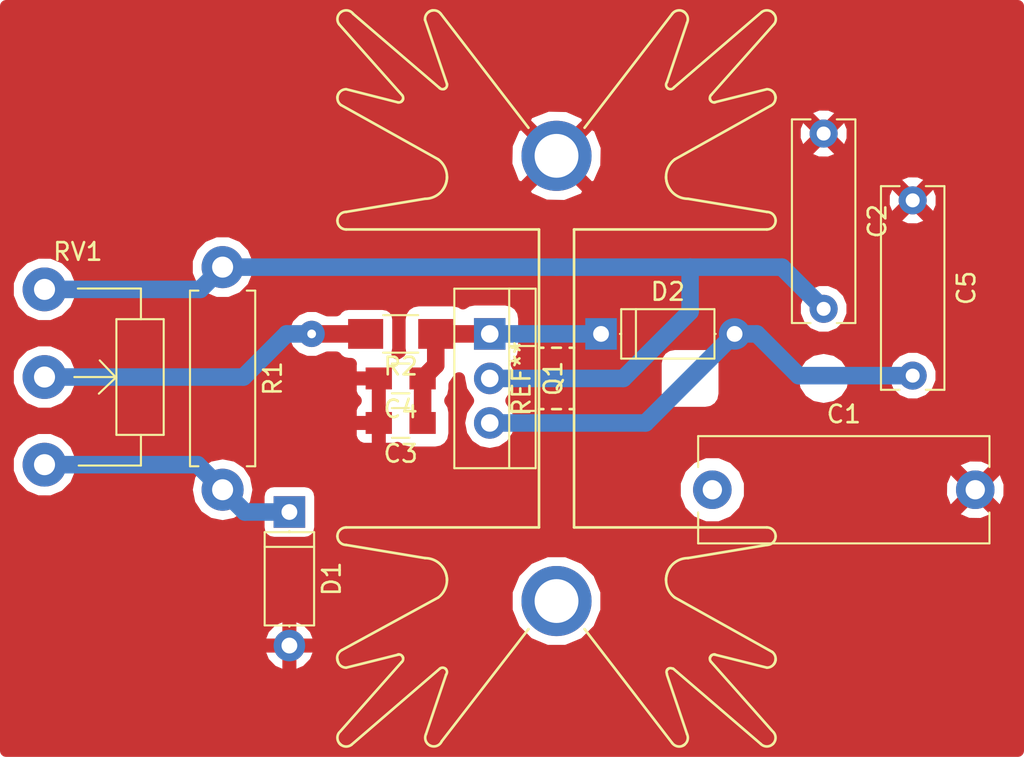
<source format=kicad_pcb>
(kicad_pcb (version 4) (host pcbnew 4.0.7)

  (general
    (links 19)
    (no_connects 1)
    (area 114.3 93.794999 172.720001 137.345001)
    (thickness 1.6)
    (drawings 0)
    (tracks 29)
    (zones 0)
    (modules 12)
    (nets 7)
  )

  (page A4)
  (layers
    (0 F.Cu signal)
    (31 B.Cu signal)
    (32 B.Adhes user)
    (33 F.Adhes user)
    (34 B.Paste user)
    (35 F.Paste user)
    (36 B.SilkS user)
    (37 F.SilkS user)
    (38 B.Mask user)
    (39 F.Mask user)
    (40 Dwgs.User user)
    (41 Cmts.User user)
    (42 Eco1.User user)
    (43 Eco2.User user)
    (44 Edge.Cuts user)
    (45 Margin user)
    (46 B.CrtYd user)
    (47 F.CrtYd user hide)
    (48 B.Fab user)
    (49 F.Fab user)
  )

  (setup
    (last_trace_width 1)
    (trace_clearance 0.5)
    (zone_clearance 0.5)
    (zone_45_only no)
    (trace_min 0.2)
    (segment_width 0.2)
    (edge_width 0.15)
    (via_size 1.5)
    (via_drill 0.5)
    (via_min_size 0.4)
    (via_min_drill 0.3)
    (uvia_size 0.3)
    (uvia_drill 0.1)
    (uvias_allowed no)
    (uvia_min_size 0.2)
    (uvia_min_drill 0.1)
    (pcb_text_width 0.3)
    (pcb_text_size 1.5 1.5)
    (mod_edge_width 0.15)
    (mod_text_size 1 1)
    (mod_text_width 0.15)
    (pad_size 4 4)
    (pad_drill 2.5)
    (pad_to_mask_clearance 0.2)
    (aux_axis_origin 0 0)
    (visible_elements 7FFFFFFF)
    (pcbplotparams
      (layerselection 0x00030_80000001)
      (usegerberextensions false)
      (excludeedgelayer true)
      (linewidth 0.100000)
      (plotframeref false)
      (viasonmask false)
      (mode 1)
      (useauxorigin false)
      (hpglpennumber 1)
      (hpglpenspeed 20)
      (hpglpendiameter 15)
      (hpglpenoverlay 2)
      (psnegative false)
      (psa4output false)
      (plotreference true)
      (plotvalue true)
      (plotinvisibletext false)
      (padsonsilk false)
      (subtractmaskfromsilk false)
      (outputformat 1)
      (mirror false)
      (drillshape 1)
      (scaleselection 1)
      (outputdirectory ""))
  )

  (net 0 "")
  (net 1 "Net-(C1-Pad1)")
  (net 2 GND)
  (net 3 /Vin)
  (net 4 /Vout)
  (net 5 "Net-(D1-Pad1)")
  (net 6 "Net-(R2-Pad2)")

  (net_class Default "This is the default net class."
    (clearance 0.5)
    (trace_width 1)
    (via_dia 1.5)
    (via_drill 0.5)
    (uvia_dia 0.3)
    (uvia_drill 0.1)
    (add_net /Vin)
    (add_net /Vout)
    (add_net GND)
    (add_net "Net-(D1-Pad1)")
    (add_net "Net-(R2-Pad2)")
  )

  (net_class mosfet ""
    (clearance 0.7)
    (trace_width 1)
    (via_dia 1.5)
    (via_drill 0.5)
    (uvia_dia 0.3)
    (uvia_drill 0.1)
    (add_net "Net-(C1-Pad1)")
  )

  (module Capacitors_THT:C_Rect_L16.5mm_W6.0mm_P15.00mm_MKT (layer F.Cu) (tedit 597BC7C2) (tstamp 5A48BC9F)
    (at 154.94 121.92)
    (descr "C, Rect series, Radial, pin pitch=15.00mm, , length*width=16.5*6mm^2, Capacitor, https://en.tdk.eu/inf/20/20/db/fc_2009/MKT_B32560_564.pdf")
    (tags "C Rect series Radial pin pitch 15.00mm  length 16.5mm width 6mm Capacitor")
    (path /5A48B27F)
    (fp_text reference C1 (at 7.5 -4.31) (layer F.SilkS)
      (effects (font (size 1 1) (thickness 0.15)))
    )
    (fp_text value 100n (at 7.5 4.31) (layer F.Fab)
      (effects (font (size 1 1) (thickness 0.15)))
    )
    (fp_line (start -0.75 -3) (end -0.75 3) (layer F.Fab) (width 0.1))
    (fp_line (start -0.75 3) (end 15.75 3) (layer F.Fab) (width 0.1))
    (fp_line (start 15.75 3) (end 15.75 -3) (layer F.Fab) (width 0.1))
    (fp_line (start 15.75 -3) (end -0.75 -3) (layer F.Fab) (width 0.1))
    (fp_line (start -0.81 -3.06) (end 15.81 -3.06) (layer F.SilkS) (width 0.12))
    (fp_line (start -0.81 3.06) (end 15.81 3.06) (layer F.SilkS) (width 0.12))
    (fp_line (start -0.81 -3.06) (end -0.81 -1.296) (layer F.SilkS) (width 0.12))
    (fp_line (start -0.81 1.296) (end -0.81 3.06) (layer F.SilkS) (width 0.12))
    (fp_line (start 15.81 -3.06) (end 15.81 -1.296) (layer F.SilkS) (width 0.12))
    (fp_line (start 15.81 1.296) (end 15.81 3.06) (layer F.SilkS) (width 0.12))
    (fp_line (start -1.35 -3.35) (end -1.35 3.35) (layer F.CrtYd) (width 0.05))
    (fp_line (start -1.35 3.35) (end 16.35 3.35) (layer F.CrtYd) (width 0.05))
    (fp_line (start 16.35 3.35) (end 16.35 -3.35) (layer F.CrtYd) (width 0.05))
    (fp_line (start 16.35 -3.35) (end -1.35 -3.35) (layer F.CrtYd) (width 0.05))
    (fp_text user %R (at 7.5 0) (layer F.Fab)
      (effects (font (size 1 1) (thickness 0.15)))
    )
    (pad 1 thru_hole circle (at 0 0) (size 2.2 2.2) (drill 1.1) (layers *.Cu *.Mask)
      (net 1 "Net-(C1-Pad1)"))
    (pad 2 thru_hole circle (at 15 0) (size 2.2 2.2) (drill 1.1) (layers *.Cu *.Mask)
      (net 2 GND))
    (model ${KISYS3DMOD}/Capacitors_THT.3dshapes/C_Rect_L16.5mm_W6.0mm_P15.00mm_MKT.wrl
      (at (xyz 0 0 0))
      (scale (xyz 1 1 1))
      (rotate (xyz 0 0 0))
    )
  )

  (module Capacitors_THT:C_Rect_L11.5mm_W3.5mm_P10.00mm_MKT (layer F.Cu) (tedit 597BC7C2) (tstamp 5A48BCB4)
    (at 161.29 101.6 270)
    (descr "C, Rect series, Radial, pin pitch=10.00mm, , length*width=11.5*3.5mm^2, Capacitor, https://en.tdk.eu/inf/20/20/db/fc_2009/MKT_B32560_564.pdf")
    (tags "C Rect series Radial pin pitch 10.00mm  length 11.5mm width 3.5mm Capacitor")
    (path /5A48B727)
    (fp_text reference C2 (at 5 -3.06 270) (layer F.SilkS)
      (effects (font (size 1 1) (thickness 0.15)))
    )
    (fp_text value 10nF (at 5 3.06 270) (layer F.Fab)
      (effects (font (size 1 1) (thickness 0.15)))
    )
    (fp_line (start -0.75 -1.75) (end -0.75 1.75) (layer F.Fab) (width 0.1))
    (fp_line (start -0.75 1.75) (end 10.75 1.75) (layer F.Fab) (width 0.1))
    (fp_line (start 10.75 1.75) (end 10.75 -1.75) (layer F.Fab) (width 0.1))
    (fp_line (start 10.75 -1.75) (end -0.75 -1.75) (layer F.Fab) (width 0.1))
    (fp_line (start -0.81 -1.81) (end 10.81 -1.81) (layer F.SilkS) (width 0.12))
    (fp_line (start -0.81 1.81) (end 10.81 1.81) (layer F.SilkS) (width 0.12))
    (fp_line (start -0.81 -1.81) (end -0.81 -0.75) (layer F.SilkS) (width 0.12))
    (fp_line (start -0.81 0.75) (end -0.81 1.81) (layer F.SilkS) (width 0.12))
    (fp_line (start 10.81 -1.81) (end 10.81 -0.75) (layer F.SilkS) (width 0.12))
    (fp_line (start 10.81 0.75) (end 10.81 1.81) (layer F.SilkS) (width 0.12))
    (fp_line (start -1.1 -2.1) (end -1.1 2.1) (layer F.CrtYd) (width 0.05))
    (fp_line (start -1.1 2.1) (end 11.1 2.1) (layer F.CrtYd) (width 0.05))
    (fp_line (start 11.1 2.1) (end 11.1 -2.1) (layer F.CrtYd) (width 0.05))
    (fp_line (start 11.1 -2.1) (end -1.1 -2.1) (layer F.CrtYd) (width 0.05))
    (fp_text user %R (at 5 0 270) (layer F.Fab)
      (effects (font (size 1 1) (thickness 0.15)))
    )
    (pad 1 thru_hole circle (at 0 0 270) (size 1.6 1.6) (drill 0.8) (layers *.Cu *.Mask)
      (net 2 GND))
    (pad 2 thru_hole circle (at 10 0 270) (size 1.6 1.6) (drill 0.8) (layers *.Cu *.Mask)
      (net 3 /Vin))
    (model ${KISYS3DMOD}/Capacitors_THT.3dshapes/C_Rect_L11.5mm_W3.5mm_P10.00mm_MKT.wrl
      (at (xyz 0 0 0))
      (scale (xyz 1 1 1))
      (rotate (xyz 0 0 0))
    )
  )

  (module Capacitors_THT:C_Rect_L11.5mm_W3.5mm_P10.00mm_MKT (layer F.Cu) (tedit 597BC7C2) (tstamp 5A48BCEF)
    (at 166.37 105.41 270)
    (descr "C, Rect series, Radial, pin pitch=10.00mm, , length*width=11.5*3.5mm^2, Capacitor, https://en.tdk.eu/inf/20/20/db/fc_2009/MKT_B32560_564.pdf")
    (tags "C Rect series Radial pin pitch 10.00mm  length 11.5mm width 3.5mm Capacitor")
    (path /5A48B7F6)
    (fp_text reference C5 (at 5 -3.06 270) (layer F.SilkS)
      (effects (font (size 1 1) (thickness 0.15)))
    )
    (fp_text value 10nF (at 5 3.06 270) (layer F.Fab)
      (effects (font (size 1 1) (thickness 0.15)))
    )
    (fp_line (start -0.75 -1.75) (end -0.75 1.75) (layer F.Fab) (width 0.1))
    (fp_line (start -0.75 1.75) (end 10.75 1.75) (layer F.Fab) (width 0.1))
    (fp_line (start 10.75 1.75) (end 10.75 -1.75) (layer F.Fab) (width 0.1))
    (fp_line (start 10.75 -1.75) (end -0.75 -1.75) (layer F.Fab) (width 0.1))
    (fp_line (start -0.81 -1.81) (end 10.81 -1.81) (layer F.SilkS) (width 0.12))
    (fp_line (start -0.81 1.81) (end 10.81 1.81) (layer F.SilkS) (width 0.12))
    (fp_line (start -0.81 -1.81) (end -0.81 -0.75) (layer F.SilkS) (width 0.12))
    (fp_line (start -0.81 0.75) (end -0.81 1.81) (layer F.SilkS) (width 0.12))
    (fp_line (start 10.81 -1.81) (end 10.81 -0.75) (layer F.SilkS) (width 0.12))
    (fp_line (start 10.81 0.75) (end 10.81 1.81) (layer F.SilkS) (width 0.12))
    (fp_line (start -1.1 -2.1) (end -1.1 2.1) (layer F.CrtYd) (width 0.05))
    (fp_line (start -1.1 2.1) (end 11.1 2.1) (layer F.CrtYd) (width 0.05))
    (fp_line (start 11.1 2.1) (end 11.1 -2.1) (layer F.CrtYd) (width 0.05))
    (fp_line (start 11.1 -2.1) (end -1.1 -2.1) (layer F.CrtYd) (width 0.05))
    (fp_text user %R (at 5 0 270) (layer F.Fab)
      (effects (font (size 1 1) (thickness 0.15)))
    )
    (pad 1 thru_hole circle (at 0 0 270) (size 1.6 1.6) (drill 0.8) (layers *.Cu *.Mask)
      (net 2 GND))
    (pad 2 thru_hole circle (at 10 0 270) (size 1.6 1.6) (drill 0.8) (layers *.Cu *.Mask)
      (net 4 /Vout))
    (model ${KISYS3DMOD}/Capacitors_THT.3dshapes/C_Rect_L11.5mm_W3.5mm_P10.00mm_MKT.wrl
      (at (xyz 0 0 0))
      (scale (xyz 1 1 1))
      (rotate (xyz 0 0 0))
    )
  )

  (module Diodes_THT:D_A-405_P7.62mm_Horizontal (layer F.Cu) (tedit 5921392E) (tstamp 5A48BD08)
    (at 130.81 123.19 270)
    (descr "D, A-405 series, Axial, Horizontal, pin pitch=7.62mm, , length*diameter=5.2*2.7mm^2, , http://www.diodes.com/_files/packages/A-405.pdf")
    (tags "D A-405 series Axial Horizontal pin pitch 7.62mm  length 5.2mm diameter 2.7mm")
    (path /5A48B192)
    (fp_text reference D1 (at 3.81 -2.41 270) (layer F.SilkS)
      (effects (font (size 1 1) (thickness 0.15)))
    )
    (fp_text value 68V (at 3.81 2.41 270) (layer F.Fab)
      (effects (font (size 1 1) (thickness 0.15)))
    )
    (fp_text user %R (at 3.81 0 270) (layer F.Fab)
      (effects (font (size 1 1) (thickness 0.15)))
    )
    (fp_line (start 1.21 -1.35) (end 1.21 1.35) (layer F.Fab) (width 0.1))
    (fp_line (start 1.21 1.35) (end 6.41 1.35) (layer F.Fab) (width 0.1))
    (fp_line (start 6.41 1.35) (end 6.41 -1.35) (layer F.Fab) (width 0.1))
    (fp_line (start 6.41 -1.35) (end 1.21 -1.35) (layer F.Fab) (width 0.1))
    (fp_line (start 0 0) (end 1.21 0) (layer F.Fab) (width 0.1))
    (fp_line (start 7.62 0) (end 6.41 0) (layer F.Fab) (width 0.1))
    (fp_line (start 1.99 -1.35) (end 1.99 1.35) (layer F.Fab) (width 0.1))
    (fp_line (start 1.15 -1.41) (end 1.15 1.41) (layer F.SilkS) (width 0.12))
    (fp_line (start 1.15 1.41) (end 6.47 1.41) (layer F.SilkS) (width 0.12))
    (fp_line (start 6.47 1.41) (end 6.47 -1.41) (layer F.SilkS) (width 0.12))
    (fp_line (start 6.47 -1.41) (end 1.15 -1.41) (layer F.SilkS) (width 0.12))
    (fp_line (start 1.08 0) (end 1.15 0) (layer F.SilkS) (width 0.12))
    (fp_line (start 6.54 0) (end 6.47 0) (layer F.SilkS) (width 0.12))
    (fp_line (start 1.99 -1.41) (end 1.99 1.41) (layer F.SilkS) (width 0.12))
    (fp_line (start -1.15 -1.7) (end -1.15 1.7) (layer F.CrtYd) (width 0.05))
    (fp_line (start -1.15 1.7) (end 8.8 1.7) (layer F.CrtYd) (width 0.05))
    (fp_line (start 8.8 1.7) (end 8.8 -1.7) (layer F.CrtYd) (width 0.05))
    (fp_line (start 8.8 -1.7) (end -1.15 -1.7) (layer F.CrtYd) (width 0.05))
    (pad 1 thru_hole rect (at 0 0 270) (size 1.8 1.8) (drill 0.9) (layers *.Cu *.Mask)
      (net 5 "Net-(D1-Pad1)"))
    (pad 2 thru_hole oval (at 7.62 0 270) (size 1.8 1.8) (drill 0.9) (layers *.Cu *.Mask)
      (net 2 GND))
    (model ${KISYS3DMOD}/Diodes_THT.3dshapes/D_A-405_P7.62mm_Horizontal.wrl
      (at (xyz 0 0 0))
      (scale (xyz 0.393701 0.393701 0.393701))
      (rotate (xyz 0 0 0))
    )
  )

  (module Diodes_THT:D_A-405_P7.62mm_Horizontal (layer F.Cu) (tedit 5921392E) (tstamp 5A48BD21)
    (at 148.59 113.03)
    (descr "D, A-405 series, Axial, Horizontal, pin pitch=7.62mm, , length*diameter=5.2*2.7mm^2, , http://www.diodes.com/_files/packages/A-405.pdf")
    (tags "D A-405 series Axial Horizontal pin pitch 7.62mm  length 5.2mm diameter 2.7mm")
    (path /5A48B1FC)
    (fp_text reference D2 (at 3.81 -2.41) (layer F.SilkS)
      (effects (font (size 1 1) (thickness 0.15)))
    )
    (fp_text value 16V (at 3.81 2.41) (layer F.Fab)
      (effects (font (size 1 1) (thickness 0.15)))
    )
    (fp_text user %R (at 3.81 0) (layer F.Fab)
      (effects (font (size 1 1) (thickness 0.15)))
    )
    (fp_line (start 1.21 -1.35) (end 1.21 1.35) (layer F.Fab) (width 0.1))
    (fp_line (start 1.21 1.35) (end 6.41 1.35) (layer F.Fab) (width 0.1))
    (fp_line (start 6.41 1.35) (end 6.41 -1.35) (layer F.Fab) (width 0.1))
    (fp_line (start 6.41 -1.35) (end 1.21 -1.35) (layer F.Fab) (width 0.1))
    (fp_line (start 0 0) (end 1.21 0) (layer F.Fab) (width 0.1))
    (fp_line (start 7.62 0) (end 6.41 0) (layer F.Fab) (width 0.1))
    (fp_line (start 1.99 -1.35) (end 1.99 1.35) (layer F.Fab) (width 0.1))
    (fp_line (start 1.15 -1.41) (end 1.15 1.41) (layer F.SilkS) (width 0.12))
    (fp_line (start 1.15 1.41) (end 6.47 1.41) (layer F.SilkS) (width 0.12))
    (fp_line (start 6.47 1.41) (end 6.47 -1.41) (layer F.SilkS) (width 0.12))
    (fp_line (start 6.47 -1.41) (end 1.15 -1.41) (layer F.SilkS) (width 0.12))
    (fp_line (start 1.08 0) (end 1.15 0) (layer F.SilkS) (width 0.12))
    (fp_line (start 6.54 0) (end 6.47 0) (layer F.SilkS) (width 0.12))
    (fp_line (start 1.99 -1.41) (end 1.99 1.41) (layer F.SilkS) (width 0.12))
    (fp_line (start -1.15 -1.7) (end -1.15 1.7) (layer F.CrtYd) (width 0.05))
    (fp_line (start -1.15 1.7) (end 8.8 1.7) (layer F.CrtYd) (width 0.05))
    (fp_line (start 8.8 1.7) (end 8.8 -1.7) (layer F.CrtYd) (width 0.05))
    (fp_line (start 8.8 -1.7) (end -1.15 -1.7) (layer F.CrtYd) (width 0.05))
    (pad 1 thru_hole rect (at 0 0) (size 1.8 1.8) (drill 0.9) (layers *.Cu *.Mask)
      (net 1 "Net-(C1-Pad1)"))
    (pad 2 thru_hole oval (at 7.62 0) (size 1.8 1.8) (drill 0.9) (layers *.Cu *.Mask)
      (net 4 /Vout))
    (model ${KISYS3DMOD}/Diodes_THT.3dshapes/D_A-405_P7.62mm_Horizontal.wrl
      (at (xyz 0 0 0))
      (scale (xyz 0.393701 0.393701 0.393701))
      (rotate (xyz 0 0 0))
    )
  )

  (module Resistors_THT:R_Axial_DIN0411_L9.9mm_D3.6mm_P12.70mm_Horizontal (layer F.Cu) (tedit 5874F706) (tstamp 5A48BD37)
    (at 127 109.22 270)
    (descr "Resistor, Axial_DIN0411 series, Axial, Horizontal, pin pitch=12.7mm, 1W = 1/1W, length*diameter=9.9*3.6mm^2")
    (tags "Resistor Axial_DIN0411 series Axial Horizontal pin pitch 12.7mm 1W = 1/1W length 9.9mm diameter 3.6mm")
    (path /5A48B3D7)
    (fp_text reference R1 (at 6.35 -2.86 270) (layer F.SilkS)
      (effects (font (size 1 1) (thickness 0.15)))
    )
    (fp_text value 100k (at 6.35 2.86 270) (layer F.Fab)
      (effects (font (size 1 1) (thickness 0.15)))
    )
    (fp_line (start 1.4 -1.8) (end 1.4 1.8) (layer F.Fab) (width 0.1))
    (fp_line (start 1.4 1.8) (end 11.3 1.8) (layer F.Fab) (width 0.1))
    (fp_line (start 11.3 1.8) (end 11.3 -1.8) (layer F.Fab) (width 0.1))
    (fp_line (start 11.3 -1.8) (end 1.4 -1.8) (layer F.Fab) (width 0.1))
    (fp_line (start 0 0) (end 1.4 0) (layer F.Fab) (width 0.1))
    (fp_line (start 12.7 0) (end 11.3 0) (layer F.Fab) (width 0.1))
    (fp_line (start 1.34 -1.38) (end 1.34 -1.86) (layer F.SilkS) (width 0.12))
    (fp_line (start 1.34 -1.86) (end 11.36 -1.86) (layer F.SilkS) (width 0.12))
    (fp_line (start 11.36 -1.86) (end 11.36 -1.38) (layer F.SilkS) (width 0.12))
    (fp_line (start 1.34 1.38) (end 1.34 1.86) (layer F.SilkS) (width 0.12))
    (fp_line (start 1.34 1.86) (end 11.36 1.86) (layer F.SilkS) (width 0.12))
    (fp_line (start 11.36 1.86) (end 11.36 1.38) (layer F.SilkS) (width 0.12))
    (fp_line (start -1.45 -2.15) (end -1.45 2.15) (layer F.CrtYd) (width 0.05))
    (fp_line (start -1.45 2.15) (end 14.15 2.15) (layer F.CrtYd) (width 0.05))
    (fp_line (start 14.15 2.15) (end 14.15 -2.15) (layer F.CrtYd) (width 0.05))
    (fp_line (start 14.15 -2.15) (end -1.45 -2.15) (layer F.CrtYd) (width 0.05))
    (pad 1 thru_hole circle (at 0 0 270) (size 2.4 2.4) (drill 1.2) (layers *.Cu *.Mask)
      (net 3 /Vin))
    (pad 2 thru_hole oval (at 12.7 0 270) (size 2.4 2.4) (drill 1.2) (layers *.Cu *.Mask)
      (net 5 "Net-(D1-Pad1)"))
    (model ${KISYS3DMOD}/Resistors_THT.3dshapes/R_Axial_DIN0411_L9.9mm_D3.6mm_P12.70mm_Horizontal.wrl
      (at (xyz 0 0 0))
      (scale (xyz 0.393701 0.393701 0.393701))
      (rotate (xyz 0 0 0))
    )
  )

  (module Potentiometers:Potentiometer_WirePads (layer F.Cu) (tedit 58822A41) (tstamp 5A48BD63)
    (at 116.84 110.49)
    (descr "Potentiometer, Wire Pads only, RevA, 30 July 2010,")
    (tags "Potentiometer Wire Pads only RevA 30 July 2010 ")
    (path /5A48B34C)
    (fp_text reference RV1 (at 1.9 -2.15) (layer F.SilkS)
      (effects (font (size 1 1) (thickness 0.15)))
    )
    (fp_text value "250k lin" (at 2 12.2) (layer F.Fab)
      (effects (font (size 1 1) (thickness 0.15)))
    )
    (fp_line (start 4.05 5) (end 1.7 5) (layer F.SilkS) (width 0.12))
    (fp_line (start 5.5 10.05) (end 1.95 10.05) (layer F.SilkS) (width 0.12))
    (fp_line (start 5.5 8.3) (end 5.5 10.05) (layer F.SilkS) (width 0.12))
    (fp_line (start 5.5 1.7) (end 5.5 -0.05) (layer F.SilkS) (width 0.12))
    (fp_line (start 5.5 -0.05) (end 1.9 -0.05) (layer F.SilkS) (width 0.12))
    (fp_line (start 4.1 5) (end 3.1 5.95) (layer F.SilkS) (width 0.12))
    (fp_line (start 4.1 5.05) (end 3.15 4.05) (layer F.SilkS) (width 0.12))
    (fp_line (start 4.1 1.7) (end 6.8 1.7) (layer F.SilkS) (width 0.12))
    (fp_line (start 6.8 1.7) (end 6.8 8.3) (layer F.SilkS) (width 0.12))
    (fp_line (start 6.8 8.3) (end 4.1 8.3) (layer F.SilkS) (width 0.12))
    (fp_line (start 4.1 8.3) (end 4.1 1.7) (layer F.SilkS) (width 0.12))
    (fp_line (start -1.5 -1.5) (end 7.05 -1.5) (layer F.CrtYd) (width 0.05))
    (fp_line (start -1.5 -1.5) (end -1.5 11.5) (layer F.CrtYd) (width 0.05))
    (fp_line (start 7.05 11.5) (end 7.05 -1.5) (layer F.CrtYd) (width 0.05))
    (fp_line (start 7.05 11.5) (end -1.5 11.5) (layer F.CrtYd) (width 0.05))
    (pad 2 thru_hole circle (at 0 5) (size 2.5 2.5) (drill 1.2) (layers *.Cu *.Mask)
      (net 6 "Net-(R2-Pad2)"))
    (pad 3 thru_hole circle (at 0 10) (size 2.5 2.5) (drill 1.2) (layers *.Cu *.Mask)
      (net 5 "Net-(D1-Pad1)"))
    (pad 1 thru_hole circle (at 0 0) (size 2.5 2.5) (drill 1.2) (layers *.Cu *.Mask)
      (net 3 /Vin))
  )

  (module TO_SOT_Packages_THT:TO-220-3_Vertical (layer F.Cu) (tedit 58CE52AD) (tstamp 5A48C119)
    (at 142.24 113.03 270)
    (descr "TO-220-3, Vertical, RM 2.54mm")
    (tags "TO-220-3 Vertical RM 2.54mm")
    (path /5A48B05A)
    (fp_text reference Q1 (at 2.54 -3.62 270) (layer F.SilkS)
      (effects (font (size 1 1) (thickness 0.15)))
    )
    (fp_text value IRF830 (at 2.54 3.92 270) (layer F.Fab)
      (effects (font (size 1 1) (thickness 0.15)))
    )
    (fp_text user %R (at 2.54 -3.62 270) (layer F.Fab)
      (effects (font (size 1 1) (thickness 0.15)))
    )
    (fp_line (start -2.46 -2.5) (end -2.46 1.9) (layer F.Fab) (width 0.1))
    (fp_line (start -2.46 1.9) (end 7.54 1.9) (layer F.Fab) (width 0.1))
    (fp_line (start 7.54 1.9) (end 7.54 -2.5) (layer F.Fab) (width 0.1))
    (fp_line (start 7.54 -2.5) (end -2.46 -2.5) (layer F.Fab) (width 0.1))
    (fp_line (start -2.46 -1.23) (end 7.54 -1.23) (layer F.Fab) (width 0.1))
    (fp_line (start 0.69 -2.5) (end 0.69 -1.23) (layer F.Fab) (width 0.1))
    (fp_line (start 4.39 -2.5) (end 4.39 -1.23) (layer F.Fab) (width 0.1))
    (fp_line (start -2.58 -2.62) (end 7.66 -2.62) (layer F.SilkS) (width 0.12))
    (fp_line (start -2.58 2.021) (end 7.66 2.021) (layer F.SilkS) (width 0.12))
    (fp_line (start -2.58 -2.62) (end -2.58 2.021) (layer F.SilkS) (width 0.12))
    (fp_line (start 7.66 -2.62) (end 7.66 2.021) (layer F.SilkS) (width 0.12))
    (fp_line (start -2.58 -1.11) (end 7.66 -1.11) (layer F.SilkS) (width 0.12))
    (fp_line (start 0.69 -2.62) (end 0.69 -1.11) (layer F.SilkS) (width 0.12))
    (fp_line (start 4.391 -2.62) (end 4.391 -1.11) (layer F.SilkS) (width 0.12))
    (fp_line (start -2.71 -2.75) (end -2.71 2.16) (layer F.CrtYd) (width 0.05))
    (fp_line (start -2.71 2.16) (end 7.79 2.16) (layer F.CrtYd) (width 0.05))
    (fp_line (start 7.79 2.16) (end 7.79 -2.75) (layer F.CrtYd) (width 0.05))
    (fp_line (start 7.79 -2.75) (end -2.71 -2.75) (layer F.CrtYd) (width 0.05))
    (pad 1 thru_hole rect (at 0 0 270) (size 1.8 1.8) (drill 1) (layers *.Cu *.Mask)
      (net 1 "Net-(C1-Pad1)"))
    (pad 2 thru_hole oval (at 2.54 0 270) (size 1.8 1.8) (drill 1) (layers *.Cu *.Mask)
      (net 3 /Vin))
    (pad 3 thru_hole oval (at 5.08 0 270) (size 1.8 1.8) (drill 1) (layers *.Cu *.Mask)
      (net 4 /Vout))
    (model ${KISYS3DMOD}/TO_SOT_Packages_THT.3dshapes/TO-220-3_Vertical.wrl
      (at (xyz 0.1 0 0))
      (scale (xyz 0.393701 0.393701 0.393701))
      (rotate (xyz 0 0 0))
    )
  )

  (module Heatsinks:Heatsink_Fischer_SK129-STS_42x25mm_2xDrill2.5mm (layer F.Cu) (tedit 5A48C2E2) (tstamp 5A48C2EC)
    (at 146.05 115.57 90)
    (fp_text reference REF** (at 0 -2 90) (layer F.SilkS)
      (effects (font (size 1 1) (thickness 0.15)))
    )
    (fp_text value Heatsink_Fischer_SK129-STS_42x25mm_2xDrill2.5mm (at 0 13.5 90) (layer F.Fab)
      (effects (font (size 1 1) (thickness 0.15)))
    )
    (fp_line (start 20.8 -6.6) (end 14.3 -1.6) (layer F.SilkS) (width 0.15))
    (fp_line (start 20.8 6.6) (end 14.3 1.6) (layer F.SilkS) (width 0.15))
    (fp_line (start -20.8 6.6) (end -14.3 1.6) (layer F.SilkS) (width 0.15))
    (fp_line (start -20.7 -6.55) (end -14.3 -1.6) (layer F.SilkS) (width 0.15))
    (fp_arc (start 16 9) (end 15.75 9.05) (angle 90) (layer F.SilkS) (width 0.15))
    (fp_arc (start 16 9) (end 15.85 8.8) (angle 90) (layer F.SilkS) (width 0.15))
    (fp_arc (start 16.75 6.5) (end 16.6 6.7) (angle 90) (layer F.SilkS) (width 0.15))
    (fp_arc (start 16.75 6.5) (end 16.55 6.35) (angle 90) (layer F.SilkS) (width 0.15))
    (fp_arc (start 16.75 -6.5) (end 16.8 -6.25) (angle 90) (layer F.SilkS) (width 0.15))
    (fp_arc (start 16.75 -6.5) (end 16.55 -6.35) (angle 90) (layer F.SilkS) (width 0.15))
    (fp_arc (start 16 -9) (end 16.15 -8.8) (angle 90) (layer F.SilkS) (width 0.15))
    (fp_arc (start 16 -9) (end 15.95 -8.75) (angle 90) (layer F.SilkS) (width 0.15))
    (fp_arc (start 20.5 -12) (end 20.9 -12.3) (angle 90) (layer F.SilkS) (width 0.15))
    (fp_arc (start 20.5 -12) (end 20.2 -12.4) (angle 90) (layer F.SilkS) (width 0.15))
    (fp_arc (start 20.5 -7) (end 20.9 -7.3) (angle 90) (layer F.SilkS) (width 0.15))
    (fp_arc (start 20.5 -7) (end 20.45 -7.5) (angle 90) (layer F.SilkS) (width 0.15))
    (fp_arc (start 20.5 7) (end 20.95 7.2) (angle 90) (layer F.SilkS) (width 0.15))
    (fp_arc (start 20.5 7) (end 20.8 6.6) (angle 90) (layer F.SilkS) (width 0.15))
    (fp_arc (start 20.5 12) (end 20.9 11.7) (angle 90) (layer F.SilkS) (width 0.15))
    (fp_arc (start 20.5 12.05) (end 20.85 12.35) (angle 90) (layer F.SilkS) (width 0.15))
    (fp_line (start 16.15 8.8) (end 20.2 12.4) (layer F.SilkS) (width 0.15))
    (fp_line (start 16.5 12) (end 15.75 9) (layer F.SilkS) (width 0.15))
    (fp_line (start 16.6 6.7) (end 20.9 11.7) (layer F.SilkS) (width 0.15))
    (fp_line (start 16.9 6.3) (end 20.3 7.45) (layer F.SilkS) (width 0.15))
    (fp_line (start 16.8 -6.25) (end 20.45 -7.5) (layer F.SilkS) (width 0.15))
    (fp_line (start 16.55 -6.65) (end 20.8 -11.6) (layer F.SilkS) (width 0.15))
    (fp_line (start 16.15 -8.8) (end 20.2 -12.4) (layer F.SilkS) (width 0.15))
    (fp_line (start 16.5 -12) (end 15.75 -9.05) (layer F.SilkS) (width 0.15))
    (fp_arc (start -16.75 -6.5) (end -16.55 -6.35) (angle 90) (layer F.SilkS) (width 0.15))
    (fp_arc (start -16.75 -6.5) (end -16.55 -6.65) (angle 90) (layer F.SilkS) (width 0.15))
    (fp_arc (start -16 -9) (end -15.85 -8.8) (angle 90) (layer F.SilkS) (width 0.15))
    (fp_arc (start -16 -9) (end -15.75 -9.05) (angle 90) (layer F.SilkS) (width 0.15))
    (fp_arc (start -16.75 6.5) (end -16.65 6.3) (angle 90) (layer F.SilkS) (width 0.15))
    (fp_arc (start -16.75 6.5) (end -16.85 6.3) (angle 90) (layer F.SilkS) (width 0.15))
    (fp_arc (start -16 9) (end -15.95 8.75) (angle 90) (layer F.SilkS) (width 0.15))
    (fp_arc (start -16 9) (end -16.15 8.8) (angle 90) (layer F.SilkS) (width 0.15))
    (fp_line (start 8.5 12) (end 8.5 1) (layer F.SilkS) (width 0.15))
    (fp_arc (start -20.5 -7) (end -20.95 -7.2) (angle 90) (layer F.SilkS) (width 0.15))
    (fp_arc (start -20.5 -7) (end -20.7 -6.55) (angle 90) (layer F.SilkS) (width 0.15))
    (fp_arc (start -20.5 -12) (end -20.9 -12.3) (angle 90) (layer F.SilkS) (width 0.15))
    (fp_arc (start -20.5 -12) (end -20.9 -11.7) (angle 90) (layer F.SilkS) (width 0.15))
    (fp_line (start -16.9 -6.3) (end -20.3 -7.45) (layer F.SilkS) (width 0.15))
    (fp_arc (start -20.5 12) (end -20.15 12.35) (angle 90) (layer F.SilkS) (width 0.15))
    (fp_arc (start -20.5 12) (end -20.85 12.35) (angle 90) (layer F.SilkS) (width 0.15))
    (fp_arc (start -20.5 7) (end -20.3 7.45) (angle 90) (layer F.SilkS) (width 0.15))
    (fp_arc (start -20.5 7) (end -20.9 7.3) (angle 90) (layer F.SilkS) (width 0.15))
    (fp_line (start -8.5 12) (end -8.5 1) (layer F.SilkS) (width 0.15))
    (fp_line (start -20.3 7.45) (end -16.9 6.3) (layer F.SilkS) (width 0.15))
    (fp_line (start -20.85 11.65) (end -16.55 6.65) (layer F.SilkS) (width 0.15))
    (fp_line (start -20.1 12.3) (end -16.15 8.8) (layer F.SilkS) (width 0.15))
    (fp_line (start -16.5 12) (end -15.75 9) (layer F.SilkS) (width 0.15))
    (fp_line (start -16.55 -6.65) (end -20.9 -11.7) (layer F.SilkS) (width 0.15))
    (fp_line (start -16.2 -8.85) (end -20.15 -12.35) (layer F.SilkS) (width 0.15))
    (fp_line (start -8.5 -12) (end -8.5 -1) (layer F.SilkS) (width 0.15))
    (fp_line (start 8.5 -12) (end 8.5 -1) (layer F.SilkS) (width 0.15))
    (fp_line (start -15.75 -9) (end -16.5 -12) (layer F.SilkS) (width 0.15))
    (fp_line (start 15.55 12.2) (end 12.5 6.75) (layer F.SilkS) (width 0.15))
    (fp_arc (start 16 12) (end 16.2 12.45) (angle 90) (layer F.SilkS) (width 0.15))
    (fp_line (start -15.6 12.3) (end -12.5 6.75) (layer F.SilkS) (width 0.15))
    (fp_arc (start -16 12) (end -15.6 12.3) (angle 90) (layer F.SilkS) (width 0.15))
    (fp_line (start -15.5 -12.25) (end -12.5 -6.75) (layer F.SilkS) (width 0.15))
    (fp_arc (start -15.95 -12) (end -16.2 -12.45) (angle 90) (layer F.SilkS) (width 0.15))
    (fp_line (start 12.5 -6.75) (end 15.6 -12.3) (layer F.SilkS) (width 0.15))
    (fp_arc (start 16 -12) (end 15.6 -12.3) (angle 90) (layer F.SilkS) (width 0.15))
    (fp_arc (start 11.5 7.5) (end 10.75 6.5) (angle 90) (layer F.SilkS) (width 0.15))
    (fp_arc (start 11.5 7.5) (end 10.25 7.5) (angle 90) (layer F.SilkS) (width 0.15))
    (fp_arc (start -11.5 7.5) (end -11.5 6.25) (angle 90) (layer F.SilkS) (width 0.15))
    (fp_arc (start -11.5 7.5) (end -12.5 6.75) (angle 90) (layer F.SilkS) (width 0.15))
    (fp_arc (start -11.5 -7.5) (end -10.75 -6.5) (angle 90) (layer F.SilkS) (width 0.15))
    (fp_arc (start -11.5 -7.5) (end -10.25 -7.5) (angle 90) (layer F.SilkS) (width 0.15))
    (fp_arc (start 11.5 -7.5) (end 12.5 -6.75) (angle 90) (layer F.SilkS) (width 0.15))
    (fp_arc (start 11.5 -7.5) (end 11.5 -6.25) (angle 90) (layer F.SilkS) (width 0.15))
    (fp_line (start 10.25 7.5) (end 9.5 12) (layer F.SilkS) (width 0.15))
    (fp_line (start -10.25 7.5) (end -9.5 12) (layer F.SilkS) (width 0.15))
    (fp_line (start 9.5 -12) (end 10.25 -7.5) (layer F.SilkS) (width 0.15))
    (fp_line (start -9.5 -12) (end -10.25 -7.5) (layer F.SilkS) (width 0.15))
    (fp_arc (start -16 -12) (end -16.5 -12) (angle 90) (layer F.SilkS) (width 0.15))
    (fp_arc (start 16 -12) (end 16 -12.5) (angle 90) (layer F.SilkS) (width 0.15))
    (fp_arc (start 16 12) (end 16.5 12) (angle 90) (layer F.SilkS) (width 0.15))
    (fp_arc (start -16 12) (end -16 12.5) (angle 90) (layer F.SilkS) (width 0.15))
    (fp_arc (start -9 -12) (end -9.5 -12) (angle 90) (layer F.SilkS) (width 0.15))
    (fp_arc (start -9 -12) (end -9 -12.5) (angle 90) (layer F.SilkS) (width 0.15))
    (fp_arc (start -9 12) (end -9 12.5) (angle 90) (layer F.SilkS) (width 0.15))
    (fp_arc (start -9 12) (end -8.5 12) (angle 90) (layer F.SilkS) (width 0.15))
    (fp_arc (start 9 12) (end 9.5 12) (angle 90) (layer F.SilkS) (width 0.15))
    (fp_arc (start 9 12) (end 9 12.5) (angle 90) (layer F.SilkS) (width 0.15))
    (fp_arc (start 9 -12) (end 9 -12.5) (angle 90) (layer F.SilkS) (width 0.15))
    (fp_arc (start 9 -12) (end 8.5 -12) (angle 90) (layer F.SilkS) (width 0.15))
    (fp_line (start 1.75 -0.25) (end 1.75 0.25) (layer F.SilkS) (width 0.15))
    (fp_line (start -1.75 -0.25) (end -1.75 0.25) (layer F.SilkS) (width 0.15))
    (fp_line (start 1.75 0.75) (end 1.75 1) (layer F.SilkS) (width 0.15))
    (fp_line (start -1.75 1) (end -1.75 0.75) (layer F.SilkS) (width 0.15))
    (fp_line (start 1.75 -1) (end 1.75 -0.75) (layer F.SilkS) (width 0.15))
    (fp_line (start -1.75 -1) (end -1.75 -0.75) (layer F.SilkS) (width 0.15))
    (fp_line (start 8.5 1) (end -8.5 1) (layer F.SilkS) (width 0.15))
    (fp_line (start -8.5 -1) (end 8.5 -1) (layer F.SilkS) (width 0.15))
    (pad 1 thru_hole circle (at -12.7 0 90) (size 4 4) (drill 2.5) (layers *.Cu *.Mask))
    (pad 1 thru_hole circle (at 12.7 0 90) (size 4 4) (drill 2.5) (layers *.Cu *.Mask)
      (net 2 GND))
  )

  (module Capacitors_SMD:C_0805_HandSoldering (layer F.Cu) (tedit 58AA84A8) (tstamp 5A4ADD2D)
    (at 137.16 118.11 180)
    (descr "Capacitor SMD 0805, hand soldering")
    (tags "capacitor 0805")
    (path /5A48B2F6)
    (attr smd)
    (fp_text reference C3 (at 0 -1.75 180) (layer F.SilkS)
      (effects (font (size 1 1) (thickness 0.15)))
    )
    (fp_text value 1n (at 0 1.75 180) (layer F.Fab)
      (effects (font (size 1 1) (thickness 0.15)))
    )
    (fp_text user %R (at 0 -1.75 180) (layer F.Fab)
      (effects (font (size 1 1) (thickness 0.15)))
    )
    (fp_line (start -1 0.62) (end -1 -0.62) (layer F.Fab) (width 0.1))
    (fp_line (start 1 0.62) (end -1 0.62) (layer F.Fab) (width 0.1))
    (fp_line (start 1 -0.62) (end 1 0.62) (layer F.Fab) (width 0.1))
    (fp_line (start -1 -0.62) (end 1 -0.62) (layer F.Fab) (width 0.1))
    (fp_line (start 0.5 -0.85) (end -0.5 -0.85) (layer F.SilkS) (width 0.12))
    (fp_line (start -0.5 0.85) (end 0.5 0.85) (layer F.SilkS) (width 0.12))
    (fp_line (start -2.25 -0.88) (end 2.25 -0.88) (layer F.CrtYd) (width 0.05))
    (fp_line (start -2.25 -0.88) (end -2.25 0.87) (layer F.CrtYd) (width 0.05))
    (fp_line (start 2.25 0.87) (end 2.25 -0.88) (layer F.CrtYd) (width 0.05))
    (fp_line (start 2.25 0.87) (end -2.25 0.87) (layer F.CrtYd) (width 0.05))
    (pad 1 smd rect (at -1.25 0 180) (size 1.5 1.25) (layers F.Cu F.Paste F.Mask)
      (net 1 "Net-(C1-Pad1)"))
    (pad 2 smd rect (at 1.25 0 180) (size 1.5 1.25) (layers F.Cu F.Paste F.Mask)
      (net 2 GND))
    (model Capacitors_SMD.3dshapes/C_0805.wrl
      (at (xyz 0 0 0))
      (scale (xyz 1 1 1))
      (rotate (xyz 0 0 0))
    )
  )

  (module Capacitors_SMD:C_0805_HandSoldering (layer F.Cu) (tedit 58AA84A8) (tstamp 5A4ADD3D)
    (at 137.16 115.57 180)
    (descr "Capacitor SMD 0805, hand soldering")
    (tags "capacitor 0805")
    (path /5A48B31F)
    (attr smd)
    (fp_text reference C4 (at 0 -1.75 180) (layer F.SilkS)
      (effects (font (size 1 1) (thickness 0.15)))
    )
    (fp_text value 47pF (at 0 1.75 180) (layer F.Fab)
      (effects (font (size 1 1) (thickness 0.15)))
    )
    (fp_text user %R (at 0 -1.75 180) (layer F.Fab)
      (effects (font (size 1 1) (thickness 0.15)))
    )
    (fp_line (start -1 0.62) (end -1 -0.62) (layer F.Fab) (width 0.1))
    (fp_line (start 1 0.62) (end -1 0.62) (layer F.Fab) (width 0.1))
    (fp_line (start 1 -0.62) (end 1 0.62) (layer F.Fab) (width 0.1))
    (fp_line (start -1 -0.62) (end 1 -0.62) (layer F.Fab) (width 0.1))
    (fp_line (start 0.5 -0.85) (end -0.5 -0.85) (layer F.SilkS) (width 0.12))
    (fp_line (start -0.5 0.85) (end 0.5 0.85) (layer F.SilkS) (width 0.12))
    (fp_line (start -2.25 -0.88) (end 2.25 -0.88) (layer F.CrtYd) (width 0.05))
    (fp_line (start -2.25 -0.88) (end -2.25 0.87) (layer F.CrtYd) (width 0.05))
    (fp_line (start 2.25 0.87) (end 2.25 -0.88) (layer F.CrtYd) (width 0.05))
    (fp_line (start 2.25 0.87) (end -2.25 0.87) (layer F.CrtYd) (width 0.05))
    (pad 1 smd rect (at -1.25 0 180) (size 1.5 1.25) (layers F.Cu F.Paste F.Mask)
      (net 1 "Net-(C1-Pad1)"))
    (pad 2 smd rect (at 1.25 0 180) (size 1.5 1.25) (layers F.Cu F.Paste F.Mask)
      (net 2 GND))
    (model Capacitors_SMD.3dshapes/C_0805.wrl
      (at (xyz 0 0 0))
      (scale (xyz 1 1 1))
      (rotate (xyz 0 0 0))
    )
  )

  (module Resistors_SMD:R_1206_HandSoldering (layer F.Cu) (tedit 58E0A804) (tstamp 5A4ADD4D)
    (at 137.16 113.03 180)
    (descr "Resistor SMD 1206, hand soldering")
    (tags "resistor 1206")
    (path /5A48B119)
    (attr smd)
    (fp_text reference R2 (at 0 -1.85 180) (layer F.SilkS)
      (effects (font (size 1 1) (thickness 0.15)))
    )
    (fp_text value 100k (at 0 1.9 180) (layer F.Fab)
      (effects (font (size 1 1) (thickness 0.15)))
    )
    (fp_text user %R (at 0 0 180) (layer F.Fab)
      (effects (font (size 0.7 0.7) (thickness 0.105)))
    )
    (fp_line (start -1.6 0.8) (end -1.6 -0.8) (layer F.Fab) (width 0.1))
    (fp_line (start 1.6 0.8) (end -1.6 0.8) (layer F.Fab) (width 0.1))
    (fp_line (start 1.6 -0.8) (end 1.6 0.8) (layer F.Fab) (width 0.1))
    (fp_line (start -1.6 -0.8) (end 1.6 -0.8) (layer F.Fab) (width 0.1))
    (fp_line (start 1 1.07) (end -1 1.07) (layer F.SilkS) (width 0.12))
    (fp_line (start -1 -1.07) (end 1 -1.07) (layer F.SilkS) (width 0.12))
    (fp_line (start -3.25 -1.11) (end 3.25 -1.11) (layer F.CrtYd) (width 0.05))
    (fp_line (start -3.25 -1.11) (end -3.25 1.1) (layer F.CrtYd) (width 0.05))
    (fp_line (start 3.25 1.1) (end 3.25 -1.11) (layer F.CrtYd) (width 0.05))
    (fp_line (start 3.25 1.1) (end -3.25 1.1) (layer F.CrtYd) (width 0.05))
    (pad 1 smd rect (at -2 0 180) (size 2 1.7) (layers F.Cu F.Paste F.Mask)
      (net 1 "Net-(C1-Pad1)"))
    (pad 2 smd rect (at 2 0 180) (size 2 1.7) (layers F.Cu F.Paste F.Mask)
      (net 6 "Net-(R2-Pad2)"))
    (model ${KISYS3DMOD}/Resistors_SMD.3dshapes/R_1206.wrl
      (at (xyz 0 0 0))
      (scale (xyz 1 1 1))
      (rotate (xyz 0 0 0))
    )
  )

  (segment (start 148.59 113.03) (end 142.24 113.03) (width 1) (layer B.Cu) (net 1) (status C00000))
  (segment (start 138.41 118.11) (end 138.41 115.57) (width 1) (layer F.Cu) (net 1))
  (segment (start 138.41 115.57) (end 139.16 114.82) (width 1) (layer F.Cu) (net 1) (tstamp 5A4AE016))
  (segment (start 139.16 114.82) (end 139.16 113.03) (width 1) (layer F.Cu) (net 1) (tstamp 5A4AE017))
  (segment (start 139.16 113.03) (end 142.24 113.03) (width 1) (layer F.Cu) (net 1) (tstamp 5A4AE018))
  (segment (start 142.24 115.57) (end 149.86 115.57) (width 1) (layer B.Cu) (net 3) (status 400000))
  (segment (start 153.67 111.76) (end 153.67 109.22) (width 1) (layer B.Cu) (net 3) (tstamp 5A4BECFF))
  (segment (start 149.86 115.57) (end 153.67 111.76) (width 1) (layer B.Cu) (net 3) (tstamp 5A4BECFE))
  (segment (start 116.84 110.49) (end 125.73 110.49) (width 1) (layer B.Cu) (net 3))
  (segment (start 125.73 110.49) (end 127 109.22) (width 1) (layer B.Cu) (net 3) (tstamp 5A4AABA1))
  (segment (start 127 109.22) (end 146.05 109.22) (width 1) (layer B.Cu) (net 3) (tstamp 5A4AABA4))
  (segment (start 146.05 109.22) (end 153.67 109.22) (width 1) (layer B.Cu) (net 3) (tstamp 5A4AABBE))
  (segment (start 153.67 109.22) (end 158.91 109.22) (width 1) (layer B.Cu) (net 3) (tstamp 5A4BED04))
  (segment (start 158.91 109.22) (end 161.29 111.6) (width 1) (layer B.Cu) (net 3) (tstamp 5A4AABAC))
  (segment (start 142.24 118.11) (end 151.13 118.11) (width 1) (layer B.Cu) (net 4) (status 400000))
  (segment (start 151.13 118.11) (end 156.21 113.03) (width 1) (layer B.Cu) (net 4) (tstamp 5A4BED21) (status 800000))
  (segment (start 156.21 113.03) (end 157.48 113.03) (width 1) (layer B.Cu) (net 4) (tstamp 5A4BED23) (status 400000))
  (segment (start 157.48 113.03) (end 159.86 115.41) (width 1) (layer B.Cu) (net 4) (tstamp 5A4BED24))
  (segment (start 159.86 115.41) (end 166.37 115.41) (width 1) (layer B.Cu) (net 4) (tstamp 5A4BED2C) (status 800000))
  (segment (start 166.21 115.57) (end 166.37 115.41) (width 1) (layer B.Cu) (net 4) (tstamp 5A4AB978) (status 30))
  (segment (start 116.84 120.49) (end 125.57 120.49) (width 1) (layer B.Cu) (net 5))
  (segment (start 125.57 120.49) (end 127 121.92) (width 1) (layer B.Cu) (net 5) (tstamp 5A48CA1F))
  (segment (start 127 121.92) (end 128.27 123.19) (width 1) (layer B.Cu) (net 5) (tstamp 5A48CA20))
  (segment (start 128.27 123.19) (end 130.81 123.19) (width 1) (layer B.Cu) (net 5) (tstamp 5A48CA21))
  (segment (start 116.84 115.49) (end 128.19 115.49) (width 1) (layer B.Cu) (net 6))
  (segment (start 132.08 113.03) (end 135.16 113.03) (width 1) (layer F.Cu) (net 6) (tstamp 5A4AE001))
  (via (at 132.08 113.03) (size 1.5) (drill 0.5) (layers F.Cu B.Cu) (net 6))
  (segment (start 130.65 113.03) (end 132.08 113.03) (width 1) (layer B.Cu) (net 6) (tstamp 5A4ADFFF))
  (segment (start 128.19 115.49) (end 130.65 113.03) (width 1) (layer B.Cu) (net 6) (tstamp 5A4ADFFE))

  (zone (net 2) (net_name GND) (layer F.Cu) (tstamp 5A48CA26) (hatch edge 0.508)
    (connect_pads (clearance 0.5))
    (min_thickness 0.7)
    (fill yes (arc_segments 16) (thermal_gap 0.508) (thermal_bridge_width 0.8))
    (polygon
      (pts
        (xy 172.72 137.16) (xy 114.3 137.16) (xy 114.3 93.98) (xy 172.72 93.98)
      )
    )
    (filled_polygon
      (pts
        (xy 172.37 136.81) (xy 114.65 136.81) (xy 114.65 131.134285) (xy 129.082165 131.134285) (xy 129.337787 131.770814)
        (xy 129.81754 132.261068) (xy 130.448386 132.53041) (xy 130.485715 132.537832) (xy 130.76 132.35269) (xy 130.76 130.86)
        (xy 130.86 130.86) (xy 130.86 132.35269) (xy 131.134285 132.537832) (xy 131.171614 132.53041) (xy 131.80246 132.261068)
        (xy 132.282213 131.770814) (xy 132.537835 131.134285) (xy 132.352792 130.86) (xy 130.86 130.86) (xy 130.76 130.86)
        (xy 129.267208 130.86) (xy 129.082165 131.134285) (xy 114.65 131.134285) (xy 114.65 130.485715) (xy 129.082165 130.485715)
        (xy 129.267208 130.76) (xy 130.76 130.76) (xy 130.76 129.26731) (xy 130.86 129.26731) (xy 130.86 130.76)
        (xy 132.352792 130.76) (xy 132.537835 130.485715) (xy 132.282213 129.849186) (xy 131.80246 129.358932) (xy 131.171614 129.08959)
        (xy 131.134285 129.082168) (xy 130.86 129.26731) (xy 130.76 129.26731) (xy 130.485715 129.082168) (xy 130.448386 129.08959)
        (xy 129.81754 129.358932) (xy 129.337787 129.849186) (xy 129.082165 130.485715) (xy 114.65 130.485715) (xy 114.65 128.834413)
        (xy 143.199506 128.834413) (xy 143.632479 129.882286) (xy 144.433497 130.684704) (xy 145.480613 131.119504) (xy 146.614413 131.120494)
        (xy 147.662286 130.687521) (xy 148.464704 129.886503) (xy 148.899504 128.839387) (xy 148.900494 127.705587) (xy 148.467521 126.657714)
        (xy 147.666503 125.855296) (xy 146.619387 125.420496) (xy 145.485587 125.419506) (xy 144.437714 125.852479) (xy 143.635296 126.653497)
        (xy 143.200496 127.700613) (xy 143.199506 128.834413) (xy 114.65 128.834413) (xy 114.65 120.905883) (xy 114.739637 120.905883)
        (xy 115.058669 121.678) (xy 115.648893 122.269255) (xy 116.420452 122.589634) (xy 117.255883 122.590363) (xy 118.028 122.271331)
        (xy 118.420176 121.879838) (xy 124.95 121.879838) (xy 124.95 121.960162) (xy 125.106047 122.744663) (xy 125.550431 123.409731)
        (xy 126.215499 123.854115) (xy 127 124.010162) (xy 127.784501 123.854115) (xy 128.449569 123.409731) (xy 128.893953 122.744663)
        (xy 128.984391 122.29) (xy 129.043348 122.29) (xy 129.043348 124.09) (xy 129.102618 124.404991) (xy 129.288777 124.694291)
        (xy 129.572824 124.888372) (xy 129.91 124.956652) (xy 131.71 124.956652) (xy 132.024991 124.897382) (xy 132.314291 124.711223)
        (xy 132.508372 124.427176) (xy 132.576652 124.09) (xy 132.576652 122.345785) (xy 152.789628 122.345785) (xy 153.116256 123.136286)
        (xy 153.720533 123.741619) (xy 154.510462 124.069626) (xy 155.365785 124.070372) (xy 156.156286 123.743744) (xy 156.68613 123.214824)
        (xy 168.715887 123.214824) (xy 168.807389 123.563971) (xy 169.522724 123.872263) (xy 170.301586 123.88334) (xy 171.0254 123.595517)
        (xy 171.072611 123.563971) (xy 171.164113 123.214824) (xy 169.94 121.990711) (xy 168.715887 123.214824) (xy 156.68613 123.214824)
        (xy 156.761619 123.139467) (xy 157.089626 122.349538) (xy 157.089685 122.281586) (xy 167.97666 122.281586) (xy 168.264483 123.0054)
        (xy 168.296029 123.052611) (xy 168.645176 123.144113) (xy 169.869289 121.92) (xy 170.010711 121.92) (xy 171.234824 123.144113)
        (xy 171.583971 123.052611) (xy 171.892263 122.337276) (xy 171.90334 121.558414) (xy 171.615517 120.8346) (xy 171.583971 120.787389)
        (xy 171.234824 120.695887) (xy 170.010711 121.92) (xy 169.869289 121.92) (xy 168.645176 120.695887) (xy 168.296029 120.787389)
        (xy 167.987737 121.502724) (xy 167.97666 122.281586) (xy 157.089685 122.281586) (xy 157.090372 121.494215) (xy 156.763744 120.703714)
        (xy 156.685344 120.625176) (xy 168.715887 120.625176) (xy 169.94 121.849289) (xy 171.164113 120.625176) (xy 171.072611 120.276029)
        (xy 170.357276 119.967737) (xy 169.578414 119.95666) (xy 168.8546 120.244483) (xy 168.807389 120.276029) (xy 168.715887 120.625176)
        (xy 156.685344 120.625176) (xy 156.159467 120.098381) (xy 155.369538 119.770374) (xy 154.514215 119.769628) (xy 153.723714 120.096256)
        (xy 153.118381 120.700533) (xy 152.790374 121.490462) (xy 152.789628 122.345785) (xy 132.576652 122.345785) (xy 132.576652 122.29)
        (xy 132.517382 121.975009) (xy 132.331223 121.685709) (xy 132.047176 121.491628) (xy 131.71 121.423348) (xy 129.91 121.423348)
        (xy 129.595009 121.482618) (xy 129.305709 121.668777) (xy 129.111628 121.952824) (xy 129.043348 122.29) (xy 128.984391 122.29)
        (xy 129.05 121.960162) (xy 129.05 121.879838) (xy 128.893953 121.095337) (xy 128.449569 120.430269) (xy 127.784501 119.985885)
        (xy 127 119.829838) (xy 126.215499 119.985885) (xy 125.550431 120.430269) (xy 125.106047 121.095337) (xy 124.95 121.879838)
        (xy 118.420176 121.879838) (xy 118.619255 121.681107) (xy 118.939634 120.909548) (xy 118.940363 120.074117) (xy 118.621331 119.302)
        (xy 118.031107 118.710745) (xy 117.259548 118.390366) (xy 116.424117 118.389637) (xy 115.652 118.708669) (xy 115.060745 119.298893)
        (xy 114.740366 120.070452) (xy 114.739637 120.905883) (xy 114.65 120.905883) (xy 114.65 118.3745) (xy 134.302 118.3745)
        (xy 134.302 118.905667) (xy 134.432623 119.221018) (xy 134.673982 119.462377) (xy 134.989333 119.593) (xy 135.6455 119.593)
        (xy 135.86 119.3785) (xy 135.86 118.16) (xy 134.5165 118.16) (xy 134.302 118.3745) (xy 114.65 118.3745)
        (xy 114.65 115.905883) (xy 114.739637 115.905883) (xy 115.058669 116.678) (xy 115.648893 117.269255) (xy 116.420452 117.589634)
        (xy 117.255883 117.590363) (xy 118.028 117.271331) (xy 118.619255 116.681107) (xy 118.939634 115.909548) (xy 118.939699 115.8345)
        (xy 134.302 115.8345) (xy 134.302 116.365667) (xy 134.432623 116.681018) (xy 134.591605 116.84) (xy 134.432623 116.998982)
        (xy 134.302 117.314333) (xy 134.302 117.8455) (xy 134.5165 118.06) (xy 135.86 118.06) (xy 135.86 116.8415)
        (xy 135.8585 116.84) (xy 135.86 116.8385) (xy 135.86 115.62) (xy 134.5165 115.62) (xy 134.302 115.8345)
        (xy 118.939699 115.8345) (xy 118.940363 115.074117) (xy 118.621331 114.302) (xy 118.031107 113.710745) (xy 117.259548 113.390366)
        (xy 116.424117 113.389637) (xy 115.652 113.708669) (xy 115.060745 114.298893) (xy 114.740366 115.070452) (xy 114.739637 115.905883)
        (xy 114.65 115.905883) (xy 114.65 113.346863) (xy 130.479723 113.346863) (xy 130.722795 113.935143) (xy 131.172489 114.385623)
        (xy 131.760344 114.629722) (xy 132.396863 114.630277) (xy 132.985143 114.387205) (xy 132.992361 114.38) (xy 133.471668 114.38)
        (xy 133.538777 114.484291) (xy 133.822824 114.678372) (xy 134.16 114.746652) (xy 134.313466 114.746652) (xy 134.302 114.774333)
        (xy 134.302 115.3055) (xy 134.5165 115.52) (xy 135.86 115.52) (xy 135.86 115.5) (xy 135.96 115.5)
        (xy 135.96 115.52) (xy 135.98 115.52) (xy 135.98 115.62) (xy 135.96 115.62) (xy 135.96 116.8385)
        (xy 135.9615 116.84) (xy 135.96 116.8415) (xy 135.96 118.06) (xy 135.98 118.06) (xy 135.98 118.16)
        (xy 135.96 118.16) (xy 135.96 119.3785) (xy 136.1745 119.593) (xy 136.830667 119.593) (xy 136.970846 119.534936)
        (xy 137.243488 119.721224) (xy 137.66 119.80557) (xy 139.16 119.80557) (xy 139.549107 119.732355) (xy 139.906477 119.502393)
        (xy 140.146224 119.151512) (xy 140.23057 118.735) (xy 140.23057 117.485) (xy 140.157355 117.095893) (xy 139.991437 116.83805)
        (xy 140.146224 116.611512) (xy 140.23057 116.195) (xy 140.23057 115.941461) (xy 140.256013 115.916018) (xy 140.256016 115.916016)
        (xy 140.49 115.565833) (xy 140.49 115.604285) (xy 140.623211 116.273981) (xy 141.001412 116.84) (xy 140.623211 117.406019)
        (xy 140.49 118.075715) (xy 140.49 118.144285) (xy 140.623211 118.813981) (xy 141.002563 119.381722) (xy 141.570304 119.761074)
        (xy 142.24 119.894285) (xy 142.909696 119.761074) (xy 143.477437 119.381722) (xy 143.856789 118.813981) (xy 143.99 118.144285)
        (xy 143.99 118.075715) (xy 143.856789 117.406019) (xy 143.478588 116.84) (xy 143.856789 116.273981) (xy 143.99 115.604285)
        (xy 143.99 115.535715) (xy 143.856789 114.866019) (xy 143.786922 114.761455) (xy 143.886477 114.697393) (xy 143.905193 114.67)
        (xy 151.69943 114.67) (xy 151.69943 116.47) (xy 151.772645 116.859107) (xy 152.002607 117.216477) (xy 152.353488 117.456224)
        (xy 152.77 117.54057) (xy 154.57 117.54057) (xy 154.959107 117.467355) (xy 155.316477 117.237393) (xy 155.556224 116.886512)
        (xy 155.64057 116.47) (xy 155.64057 115.57) (xy 159.505715 115.57) (xy 159.638926 116.239696) (xy 160.018278 116.807437)
        (xy 160.586019 117.186789) (xy 161.255715 117.32) (xy 161.324285 117.32) (xy 161.993981 117.186789) (xy 162.561722 116.807437)
        (xy 162.941074 116.239696) (xy 163.041113 115.736765) (xy 164.719715 115.736765) (xy 164.970383 116.343429) (xy 165.43413 116.807986)
        (xy 166.040355 117.059713) (xy 166.696765 117.060285) (xy 167.303429 116.809617) (xy 167.767986 116.34587) (xy 168.019713 115.739645)
        (xy 168.020285 115.083235) (xy 167.769617 114.476571) (xy 167.30587 114.012014) (xy 166.699645 113.760287) (xy 166.043235 113.759715)
        (xy 165.436571 114.010383) (xy 164.972014 114.47413) (xy 164.720287 115.080355) (xy 164.719715 115.736765) (xy 163.041113 115.736765)
        (xy 163.074285 115.57) (xy 162.941074 114.900304) (xy 162.561722 114.332563) (xy 161.993981 113.953211) (xy 161.324285 113.82)
        (xy 161.255715 113.82) (xy 160.586019 113.953211) (xy 160.018278 114.332563) (xy 159.638926 114.900304) (xy 159.505715 115.57)
        (xy 155.64057 115.57) (xy 155.64057 114.67) (xy 155.567355 114.280893) (xy 155.337393 113.923523) (xy 154.986512 113.683776)
        (xy 154.57 113.59943) (xy 152.77 113.59943) (xy 152.380893 113.672645) (xy 152.023523 113.902607) (xy 151.783776 114.253488)
        (xy 151.69943 114.67) (xy 143.905193 114.67) (xy 144.126224 114.346512) (xy 144.21057 113.93) (xy 144.21057 112.13)
        (xy 144.172329 111.926765) (xy 159.639715 111.926765) (xy 159.890383 112.533429) (xy 160.35413 112.997986) (xy 160.960355 113.249713)
        (xy 161.616765 113.250285) (xy 162.223429 112.999617) (xy 162.687986 112.53587) (xy 162.939713 111.929645) (xy 162.940285 111.273235)
        (xy 162.689617 110.666571) (xy 162.22587 110.202014) (xy 161.619645 109.950287) (xy 160.963235 109.949715) (xy 160.356571 110.200383)
        (xy 159.892014 110.66413) (xy 159.640287 111.270355) (xy 159.639715 111.926765) (xy 144.172329 111.926765) (xy 144.137355 111.740893)
        (xy 143.907393 111.383523) (xy 143.556512 111.143776) (xy 143.14 111.05943) (xy 141.34 111.05943) (xy 140.950893 111.132645)
        (xy 140.712013 111.28636) (xy 140.576512 111.193776) (xy 140.16 111.10943) (xy 138.16 111.10943) (xy 137.770893 111.182645)
        (xy 137.413523 111.412607) (xy 137.173776 111.763488) (xy 137.08943 112.18) (xy 137.08943 113.88) (xy 137.120382 114.044497)
        (xy 136.974305 114.138494) (xy 137.026652 113.88) (xy 137.026652 112.18) (xy 136.967382 111.865009) (xy 136.781223 111.575709)
        (xy 136.497176 111.381628) (xy 136.16 111.313348) (xy 134.16 111.313348) (xy 133.845009 111.372618) (xy 133.555709 111.558777)
        (xy 133.472881 111.68) (xy 132.993124 111.68) (xy 132.987511 111.674377) (xy 132.399656 111.430278) (xy 131.763137 111.429723)
        (xy 131.174857 111.672795) (xy 130.724377 112.122489) (xy 130.480278 112.710344) (xy 130.479723 113.346863) (xy 114.65 113.346863)
        (xy 114.65 110.905883) (xy 114.739637 110.905883) (xy 115.058669 111.678) (xy 115.648893 112.269255) (xy 116.420452 112.589634)
        (xy 117.255883 112.590363) (xy 118.028 112.271331) (xy 118.619255 111.681107) (xy 118.939634 110.909548) (xy 118.940363 110.074117)
        (xy 118.755198 109.625981) (xy 124.949645 109.625981) (xy 125.261081 110.379715) (xy 125.837252 110.956892) (xy 126.590441 111.269643)
        (xy 127.405981 111.270355) (xy 128.159715 110.958919) (xy 128.736892 110.382748) (xy 129.049643 109.629559) (xy 129.050355 108.814019)
        (xy 128.738919 108.060285) (xy 128.162748 107.483108) (xy 127.409559 107.170357) (xy 126.594019 107.169645) (xy 125.840285 107.481081)
        (xy 125.263108 108.057252) (xy 124.950357 108.810441) (xy 124.949645 109.625981) (xy 118.755198 109.625981) (xy 118.621331 109.302)
        (xy 118.031107 108.710745) (xy 117.259548 108.390366) (xy 116.424117 108.389637) (xy 115.652 108.708669) (xy 115.060745 109.298893)
        (xy 114.740366 110.070452) (xy 114.739637 110.905883) (xy 114.65 110.905883) (xy 114.65 106.488433) (xy 165.362277 106.488433)
        (xy 165.417245 106.806419) (xy 166.024156 107.064727) (xy 166.683718 107.071117) (xy 167.295519 106.824617) (xy 167.322755 106.806419)
        (xy 167.377723 106.488433) (xy 166.37 105.480711) (xy 165.362277 106.488433) (xy 114.65 106.488433) (xy 114.65 104.813857)
        (xy 144.176854 104.813857) (xy 144.377902 105.256511) (xy 145.418461 105.714732) (xy 146.555166 105.739869) (xy 146.596734 105.723718)
        (xy 164.708883 105.723718) (xy 164.955383 106.335519) (xy 164.973581 106.362755) (xy 165.291567 106.417723) (xy 166.299289 105.41)
        (xy 166.440711 105.41) (xy 167.448433 106.417723) (xy 167.766419 106.362755) (xy 168.024727 105.755844) (xy 168.031117 105.096282)
        (xy 167.784617 104.484481) (xy 167.766419 104.457245) (xy 167.448433 104.402277) (xy 166.440711 105.41) (xy 166.299289 105.41)
        (xy 165.291567 104.402277) (xy 164.973581 104.457245) (xy 164.715273 105.064156) (xy 164.708883 105.723718) (xy 146.596734 105.723718)
        (xy 147.614964 105.328095) (xy 147.722098 105.256511) (xy 147.923146 104.813857) (xy 146.05 102.940711) (xy 144.176854 104.813857)
        (xy 114.65 104.813857) (xy 114.65 103.375166) (xy 143.180131 103.375166) (xy 143.591905 104.434964) (xy 143.663489 104.542098)
        (xy 144.106143 104.743146) (xy 145.979289 102.87) (xy 146.120711 102.87) (xy 147.993857 104.743146) (xy 148.436511 104.542098)
        (xy 148.52922 104.331567) (xy 165.362277 104.331567) (xy 166.37 105.339289) (xy 167.377723 104.331567) (xy 167.322755 104.013581)
        (xy 166.715844 103.755273) (xy 166.056282 103.748883) (xy 165.444481 103.995383) (xy 165.417245 104.013581) (xy 165.362277 104.331567)
        (xy 148.52922 104.331567) (xy 148.894732 103.501539) (xy 148.912934 102.678433) (xy 160.282277 102.678433) (xy 160.337245 102.996419)
        (xy 160.944156 103.254727) (xy 161.603718 103.261117) (xy 162.215519 103.014617) (xy 162.242755 102.996419) (xy 162.297723 102.678433)
        (xy 161.29 101.670711) (xy 160.282277 102.678433) (xy 148.912934 102.678433) (xy 148.919869 102.364834) (xy 148.744593 101.913718)
        (xy 159.628883 101.913718) (xy 159.875383 102.525519) (xy 159.893581 102.552755) (xy 160.211567 102.607723) (xy 161.219289 101.6)
        (xy 161.360711 101.6) (xy 162.368433 102.607723) (xy 162.686419 102.552755) (xy 162.944727 101.945844) (xy 162.951117 101.286282)
        (xy 162.704617 100.674481) (xy 162.686419 100.647245) (xy 162.368433 100.592277) (xy 161.360711 101.6) (xy 161.219289 101.6)
        (xy 160.211567 100.592277) (xy 159.893581 100.647245) (xy 159.635273 101.254156) (xy 159.628883 101.913718) (xy 148.744593 101.913718)
        (xy 148.508095 101.305036) (xy 148.436511 101.197902) (xy 147.993857 100.996854) (xy 146.120711 102.87) (xy 145.979289 102.87)
        (xy 144.106143 100.996854) (xy 143.663489 101.197902) (xy 143.205268 102.238461) (xy 143.180131 103.375166) (xy 114.65 103.375166)
        (xy 114.65 100.926143) (xy 144.176854 100.926143) (xy 146.05 102.799289) (xy 147.923146 100.926143) (xy 147.739393 100.521567)
        (xy 160.282277 100.521567) (xy 161.29 101.529289) (xy 162.297723 100.521567) (xy 162.242755 100.203581) (xy 161.635844 99.945273)
        (xy 160.976282 99.938883) (xy 160.364481 100.185383) (xy 160.337245 100.203581) (xy 160.282277 100.521567) (xy 147.739393 100.521567)
        (xy 147.722098 100.483489) (xy 146.681539 100.025268) (xy 145.544834 100.000131) (xy 144.485036 100.411905) (xy 144.377902 100.483489)
        (xy 144.176854 100.926143) (xy 114.65 100.926143) (xy 114.65 94.33) (xy 172.37 94.33)
      )
    )
  )
)

</source>
